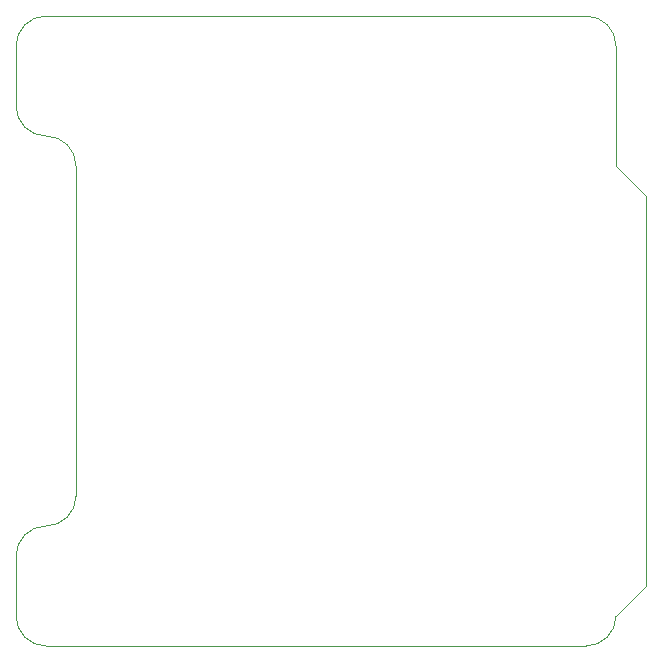
<source format=gbr>
G04 #@! TF.GenerationSoftware,KiCad,Pcbnew,(5.1.5)-3*
G04 #@! TF.CreationDate,2021-09-12T13:17:19-04:00*
G04 #@! TF.ProjectId,EtherTenFuranceMonitorRev2,45746865-7254-4656-9e46-7572616e6365,rev?*
G04 #@! TF.SameCoordinates,Original*
G04 #@! TF.FileFunction,Profile,NP*
%FSLAX46Y46*%
G04 Gerber Fmt 4.6, Leading zero omitted, Abs format (unit mm)*
G04 Created by KiCad (PCBNEW (5.1.5)-3) date 2021-09-12 13:17:19*
%MOMM*%
%LPD*%
G04 APERTURE LIST*
%ADD10C,0.050000*%
G04 APERTURE END LIST*
D10*
X124371100Y-131673600D02*
G75*
G02X121831100Y-129133600I0J2540000D01*
G01*
X124371100Y-131673600D02*
X170091100Y-131673600D01*
X172631100Y-129133600D02*
G75*
G02X170091100Y-131673600I-2540000J0D01*
G01*
X172631100Y-129133600D02*
X175171100Y-126593600D01*
X175171100Y-126593600D02*
X175171100Y-93573600D01*
X175171100Y-93573600D02*
X172631100Y-91033600D01*
X172631100Y-91033600D02*
X172631100Y-80873600D01*
X170091100Y-78333600D02*
G75*
G02X172631100Y-80873600I0J-2540000D01*
G01*
X170091100Y-78333600D02*
X124371100Y-78333600D01*
X121831100Y-80873600D02*
G75*
G02X124371100Y-78333600I2540000J0D01*
G01*
X121831100Y-80873600D02*
X121831100Y-85953600D01*
X124371100Y-88493600D02*
G75*
G02X121831100Y-85953600I0J2540000D01*
G01*
X126911100Y-91033600D02*
G75*
G03X124371100Y-88493600I-2540000J0D01*
G01*
X126911100Y-91033600D02*
X126911100Y-118973600D01*
X124371100Y-121513600D02*
G75*
G03X126911100Y-118973600I0J2540000D01*
G01*
X121831100Y-124053600D02*
G75*
G02X124371100Y-121513600I2540000J0D01*
G01*
X121831100Y-124053600D02*
X121831100Y-129133600D01*
M02*

</source>
